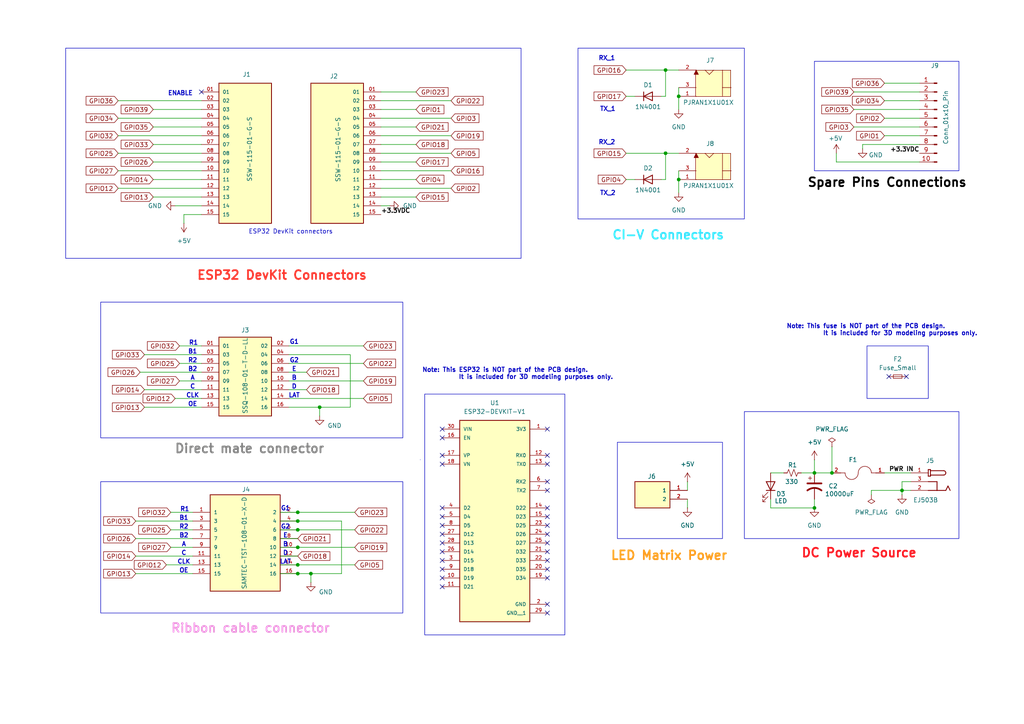
<source format=kicad_sch>
(kicad_sch (version 20250114) (generator "eeschema") (generator_version "9.0")
  (paper "A4")
  (title_block (title "PCARS Radio Station Band/Mode Display") (rev "1.0"))
  (lib_symbols
    (symbol "3568-15:3568-15" (pin_names (offset 1.016))
      (property "Reference" "F" (at -2.54 5.08 0))
      (property "Value" "3568-15" (at -2.54 -5.08 0))
      (symbol "3568-15_0_0"
        (pin passive line (at -7.62 0 0) (length 2.54) (name "~") (number "1"))
        (pin passive line (at 7.62 0 180) (length 2.54) (name "~") (number "2"))
      )
    )
    (symbol "796683-2:796683-2" (pin_names (offset 1.016))
      (property "Reference" "J" (at -5.58 5.08 0))
      (property "Value" "796683-2" (at -5.08 -5.08 0))
      (symbol "796683-2_0_0"
        (pin passive line (at -10.16 2.54 0) (length 5.08) (name "1") (number "1"))
        (pin passive line (at -10.16 0 0) (length 5.08) (name "2") (number "2"))
      )
    )
    (symbol "Connector:Conn_01x10_Pin" (pin_names (offset 1.016) (hide yes))
      (property "Reference" "J" (at 0 12.7 0))
      (property "Value" "Conn_01x10_Pin" (at 0 -15.24 0))
      (symbol "Conn_01x10_Pin_1_1"
        (pin passive line (at 5.08 10.16 180) (length 3.81) (name "Pin_1") (number "1"))
        (pin passive line (at 5.08 7.62 180) (length 3.81) (name "Pin_2") (number "2"))
        (pin passive line (at 5.08 5.08 180) (length 3.81) (name "Pin_3") (number "3"))
        (pin passive line (at 5.08 2.54 180) (length 3.81) (name "Pin_4") (number "4"))
        (pin passive line (at 5.08 0 180) (length 3.81) (name "Pin_5") (number "5"))
        (pin passive line (at 5.08 -2.54 180) (length 3.81) (name "Pin_6") (number "6"))
        (pin passive line (at 5.08 -5.08 180) (length 3.81) (name "Pin_7") (number "7"))
        (pin passive line (at 5.08 -7.62 180) (length 3.81) (name "Pin_8") (number "8"))
        (pin passive line (at 5.08 -10.16 180) (length 3.81) (name "Pin_9") (number "9"))
        (pin passive line (at 5.08 -12.7 180) (length 3.81) (name "Pin_10") (number "10"))
      )
    )
    (symbol "Device:C_Polarized_US" (pin_numbers (hide yes)) (pin_names (offset 0.254) (hide yes))
      (property "Reference" "C" (at 0.635 2.54 0))
      (property "Value" "C_Polarized_US" (at 0.635 -2.54 0))
      (symbol "C_Polarized_US_1_1"
        (pin passive line (at 0 3.81 270) (length 2.794) (name "~") (number "1"))
        (pin passive line (at 0 -3.81 90) (length 3.302) (name "~") (number "2"))
      )
    )
    (symbol "Device:Fuse_Small" (pin_numbers (hide yes)) (pin_names (offset 0.254) (hide yes))
      (property "Reference" "F" (at 0 -1.524 0))
      (property "Value" "Fuse_Small" (at 0 1.524 0))
      (symbol "Fuse_Small_1_1"
        (pin passive line (at -2.54 0 0) (length 1.27) (name "~") (number "1"))
        (pin passive line (at 2.54 0 180) (length 1.27) (name "~") (number "2"))
      )
    )
    (symbol "Device:LED" (pin_numbers (hide yes)) (pin_names (offset 1.016) (hide yes))
      (property "Reference" "D" (at 0 2.54 0))
      (property "Value" "LED" (at 0 -2.54 0))
      (symbol "LED_1_1"
        (pin passive line (at -3.81 0 0) (length 2.54) (name "K") (number "1"))
        (pin passive line (at 3.81 0 180) (length 2.54) (name "A") (number "2"))
      )
    )
    (symbol "Device:R_Small_US" (pin_numbers (hide yes)) (pin_names (offset 0.254) (hide yes))
      (property "Reference" "R" (at 0.762 0.508 0))
      (property "Value" "R_Small_US" (at 0.762 -1.016 0))
      (symbol "R_Small_US_1_1"
        (pin passive line (at 0 2.54 270) (length 1.016) (name "~") (number "1"))
        (pin passive line (at 0 -2.54 90) (length 1.016) (name "~") (number "2"))
      )
    )
    (symbol "Diode:1N4001" (pin_numbers (hide yes)) (pin_names (hide yes))
      (property "Reference" "D" (at 0 2.54 0))
      (property "Value" "1N4001" (at 0 -2.54 0))
      (symbol "1N4001_1_1"
        (pin passive line (at -3.81 0 0) (length 2.54) (name "K") (number "1"))
        (pin passive line (at 3.81 0 180) (length 2.54) (name "A") (number "2"))
      )
    )
    (symbol "EJ503B:EJ503B" (pin_names (offset 1.016))
      (property "Reference" "J" (at -5.08 5.08 0))
      (property "Value" "EJ503B" (at -5.08 -7.62 0))
      (symbol "EJ503B_0_0"
        (pin passive line (at 5.08 2.54 180) (length 5.08) (name "~") (number "1"))
        (pin passive line (at 5.08 0 180) (length 5.08) (name "~") (number "3"))
        (pin passive line (at 5.08 -2.54 180) (length 5.08) (name "~") (number "2"))
      )
    )
    (symbol "ESP32-DEVKIT-V1:ESP32-DEVKIT-V1" (pin_names (offset 1.016))
      (property "Reference" "U" (at -10.16 30.48 0))
      (property "Value" "ESP32-DEVKIT-V1" (at -10.16 -33.02 0))
      (symbol "ESP32-DEVKIT-V1_0_0"
        (pin input line (at -15.24 25.4 0) (length 5.08) (name "VIN") (number "30"))
        (pin input line (at -15.24 22.86 0) (length 5.08) (name "EN") (number "16"))
        (pin bidirectional line (at -15.24 17.78 0) (length 5.08) (name "VP") (number "17"))
        (pin bidirectional line (at -15.24 15.24 0) (length 5.08) (name "VN") (number "18"))
        (pin bidirectional line (at -15.24 2.54 0) (length 5.08) (name "D2") (number "4"))
        (pin bidirectional line (at -15.24 0 0) (length 5.08) (name "D4") (number "5"))
        (pin bidirectional line (at -15.24 -2.54 0) (length 5.08) (name "D5") (number "8"))
        (pin bidirectional line (at -15.24 -5.08 0) (length 5.08) (name "D12") (number "27"))
        (pin bidirectional line (at -15.24 -7.62 0) (length 5.08) (name "D13") (number "28"))
        (pin bidirectional line (at -15.24 -10.16 0) (length 5.08) (name "D14") (number "26"))
        (pin bidirectional line (at -15.24 -12.7 0) (length 5.08) (name "D15") (number "3"))
        (pin bidirectional line (at -15.24 -15.24 0) (length 5.08) (name "D18") (number "9"))
        (pin bidirectional line (at -15.24 -17.78 0) (length 5.08) (name "D19") (number "10"))
        (pin bidirectional line (at -15.24 -20.32 0) (length 5.08) (name "D21") (number "11"))
        (pin output line (at 15.24 25.4 180) (length 5.08) (name "3V3") (number "1"))
        (pin input line (at 15.24 17.78 180) (length 5.08) (name "RX0") (number "12"))
        (pin output line (at 15.24 15.24 180) (length 5.08) (name "TX0") (number "13"))
        (pin input line (at 15.24 10.16 180) (length 5.08) (name "RX2") (number "6"))
        (pin output line (at 15.24 7.62 180) (length 5.08) (name "TX2") (number "7"))
        (pin bidirectional line (at 15.24 2.54 180) (length 5.08) (name "D22") (number "14"))
        (pin bidirectional line (at 15.24 0 180) (length 5.08) (name "D23") (number "15"))
        (pin bidirectional line (at 15.24 -2.54 180) (length 5.08) (name "D25") (number "23"))
        (pin bidirectional line (at 15.24 -5.08 180) (length 5.08) (name "D26") (number "24"))
        (pin bidirectional line (at 15.24 -7.62 180) (length 5.08) (name "D27") (number "25"))
        (pin bidirectional line (at 15.24 -10.16 180) (length 5.08) (name "D32") (number "21"))
        (pin bidirectional line (at 15.24 -12.7 180) (length 5.08) (name "D33") (number "22"))
        (pin bidirectional line (at 15.24 -15.24 180) (length 5.08) (name "D35") (number "20"))
        (pin bidirectional line (at 15.24 -17.78 180) (length 5.08) (name "D34") (number "19"))
        (pin power_in line (at 15.24 -25.4 180) (length 5.08) (name "GND") (number "2"))
        (pin power_in line (at 15.24 -27.94 180) (length 5.08) (name "GND__1") (number "29"))
      )
    )
    (symbol "PJRAN1X1U01X:PJRAN1X1U01X" (pin_names (offset 1.016))
      (property "Reference" "J" (at -5.08 8.89 0))
      (property "Value" "PJRAN1X1U01X" (at -5.08 -7.62 0))
      (symbol "PJRAN1X1U01X_0_0"
        (pin passive line (at 7.62 5.08 180) (length 5.08) (name "~") (number "2"))
        (pin passive line (at 7.62 0 180) (length 5.08) (name "~") (number "3"))
        (pin passive line (at 7.62 -2.54 180) (length 5.08) (name "~") (number "1"))
      )
    )
    (symbol "SAMTEC-TST-108-01-X-D:SAMTEC-TST-108-01-X-D" (pin_names (offset 1.016))
      (property "Reference" "J4" (at 10.414 6.604 0))
      (property "Value" "SAMTEC-TST-108-01-X-D" (at 9.906 -8.89 90))
      (symbol "SAMTEC-TST-108-01-X-D_0_0"
        (text private ">PARTNO" (at 0 -25.4 0) (effects (font (size 2.286 2.286)) (justify left bottom)))
        (text private "SAMTEC-TST-108-01-X-D" (at 0 -30.48 0) (effects (font (size 2.286 2.286)) (justify left bottom)))
        (pin passive line (at -5.08 0 0) (length 5.08) (name "1") (number "1"))
        (pin passive line (at -5.08 -2.54 0) (length 5.08) (name "3") (number "3"))
        (pin passive line (at -5.08 -5.08 0) (length 5.08) (name "5") (number "5"))
        (pin passive line (at -5.08 -7.62 0) (length 5.08) (name "7") (number "7"))
        (pin passive line (at -5.08 -10.16 0) (length 5.08) (name "9") (number "9"))
        (pin passive line (at -5.08 -12.7 0) (length 5.08) (name "11") (number "11"))
        (pin passive line (at -5.08 -15.24 0) (length 5.08) (name "13") (number "13"))
        (pin passive line (at -5.08 -17.78 0) (length 5.08) (name "15") (number "15"))
        (pin passive line (at 25.4 0 180) (length 5.08) (name "2") (number "2"))
        (pin passive line (at 25.4 -2.54 180) (length 5.08) (name "4") (number "4"))
        (pin passive line (at 25.4 -5.08 180) (length 5.08) (name "6") (number "6"))
        (pin passive line (at 25.4 -7.62 180) (length 5.08) (name "8") (number "8"))
        (pin passive line (at 25.4 -10.16 180) (length 5.08) (name "10") (number "10"))
        (pin passive line (at 25.4 -12.7 180) (length 5.08) (name "12") (number "12"))
        (pin passive line (at 25.4 -15.24 180) (length 5.08) (name "14") (number "14"))
        (pin passive line (at 25.4 -17.78 180) (length 5.08) (name "16") (number "16"))
      )
    )
    (symbol "SSQ-108-01-T-D-LL:SSQ-108-01-T-D-LL" (pin_names (offset 1.016))
      (property "Reference" "J" (at -8.12 12.7 0))
      (property "Value" "SSQ-108-01-T-D-LL" (at -7.62 -12.7 0))
      (symbol "SSQ-108-01-T-D-LL_0_0"
        (pin passive line (at -12.7 10.16 0) (length 5.08) (name "01") (number "01"))
        (pin passive line (at -12.7 7.62 0) (length 5.08) (name "03") (number "03"))
        (pin passive line (at -12.7 5.08 0) (length 5.08) (name "05") (number "05"))
        (pin passive line (at -12.7 2.54 0) (length 5.08) (name "07") (number "07"))
        (pin passive line (at -12.7 0 0) (length 5.08) (name "09") (number "09"))
        (pin passive line (at -12.7 -2.54 0) (length 5.08) (name "11") (number "11"))
        (pin passive line (at -12.7 -5.08 0) (length 5.08) (name "13") (number "13"))
        (pin passive line (at -12.7 -7.62 0) (length 5.08) (name "15") (number "15"))
        (pin passive line (at 12.7 10.16 180) (length 5.08) (name "02") (number "02"))
        (pin passive line (at 12.7 7.62 180) (length 5.08) (name "04") (number "04"))
        (pin passive line (at 12.7 5.08 180) (length 5.08) (name "06") (number "06"))
        (pin passive line (at 12.7 2.54 180) (length 5.08) (name "08") (number "08"))
        (pin passive line (at 12.7 0 180) (length 5.08) (name "10") (number "10"))
        (pin passive line (at 12.7 -2.54 180) (length 5.08) (name "12") (number "12"))
        (pin passive line (at 12.7 -5.08 180) (length 5.08) (name "14") (number "14"))
        (pin passive line (at 12.7 -7.62 180) (length 5.08) (name "16") (number "16"))
      )
    )
    (symbol "SSW-115-01-G-S:SSW-115-01-G-S" (pin_names (offset 1.016))
      (property "Reference" "J" (at -8.12 20.32 0))
      (property "Value" "SSW-115-01-G-S" (at -7.62 -22.86 0))
      (symbol "SSW-115-01-G-S_0_0"
        (pin passive line (at -12.7 17.78 0) (length 5.08) (name "01") (number "01"))
        (pin passive line (at -12.7 15.24 0) (length 5.08) (name "02") (number "02"))
        (pin passive line (at -12.7 12.7 0) (length 5.08) (name "03") (number "03"))
        (pin passive line (at -12.7 10.16 0) (length 5.08) (name "04") (number "04"))
        (pin passive line (at -12.7 7.62 0) (length 5.08) (name "05") (number "05"))
        (pin passive line (at -12.7 5.08 0) (length 5.08) (name "06") (number "06"))
        (pin passive line (at -12.7 2.54 0) (length 5.08) (name "07") (number "07"))
        (pin passive line (at -12.7 0 0) (length 5.08) (name "08") (number "08"))
        (pin passive line (at -12.7 -2.54 0) (length 5.08) (name "09") (number "09"))
        (pin passive line (at -12.7 -5.08 0) (length 5.08) (name "10") (number "10"))
        (pin passive line (at -12.7 -7.62 0) (length 5.08) (name "11") (number "11"))
        (pin passive line (at -12.7 -10.16 0) (length 5.08) (name "12") (number "12"))
        (pin passive line (at -12.7 -12.7 0) (length 5.08) (name "13") (number "13"))
        (pin passive line (at -12.7 -15.24 0) (length 5.08) (name "14") (number "14"))
        (pin passive line (at -12.7 -17.78 0) (length 5.08) (name "15") (number "15"))
      )
    )
    (symbol "power:+5V" (power) (pin_numbers (hide yes)) (pin_names (offset 0) (hide yes))
      (property "Value" "+5V" (at 0 3.556 0))
      (symbol "+5V_1_1"
        (pin power_in line (at 0 0 90) (length 0) (name "~") (number "1"))
      )
    )
    (symbol "power:GND" (power) (pin_numbers (hide yes)) (pin_names (offset 0) (hide yes))
      (property "Value" "GND" (at 0 -3.81 0))
      (symbol "GND_1_1"
        (pin power_in line (at 0 0 270) (length 0) (name "~") (number "1"))
      )
    )
    (symbol "power:PWR_FLAG" (power) (pin_numbers (hide yes)) (pin_names (offset 0) (hide yes))
      (property "Value" "PWR_FLAG" (at 0 3.81 0))
      (symbol "PWR_FLAG_0_0"
        (pin power_out line (at 0 0 90) (length 0) (name "~") (number "1"))
      )
    )
  )
  (rectangle (start 121.92 133.35) (end 121.92 133.35))
  (rectangle (start 19.05 13.97) (end 151.13 74.93))
  (rectangle (start 123.19 114.3) (end 163.83 184.15))
  (rectangle (start 251.46 100.33) (end 269.24 115.57))
  (rectangle (start 179.07 128.27) (end 209.55 156.21))
  (rectangle (start 215.9 119.38) (end 278.13 156.21))
  (rectangle (start 236.22 17.78) (end 278.13 49.53))
  (rectangle (start 29.21 87.63) (end 116.84 127))
  (rectangle (start 167.64 13.97) (end 215.9 63.5))
  (rectangle (start 29.21 139.7) (end 116.84 177.8))
  (text "Ribbon cable connector" (at 72.644 182.372 0) (effects (font (size 2.54 2.54) (thickness 0.508) (bold yes))))
  (text "C" (at 55.88 112.268 0) (effects (font (size 1.27 1.27) (thickness 0.254) (bold yes))))
  (text "G1" (at 85.344 99.314 0) (effects (font (size 1.27 1.27) (thickness 0.254) (bold yes))))
  (text "TX_1" (at 176.276 31.75 0) (effects (font (size 1.27 1.27) (thickness 0.254) (bold yes))))
  (text "B2" (at 53.34 155.448 0) (effects (font (size 1.27 1.27) (thickness 0.254) (bold yes))))
  (text "B1" (at 53.34 150.368 0) (effects (font (size 1.27 1.27) (thickness 0.254) (bold yes))))
  (text "B" (at 82.804 157.988 0) (effects (font (size 1.27 1.27) (thickness 0.254) (bold yes))))
  (text "LED Matrix Power" (at 194.056 161.29 0) (effects (font (size 2.54 2.54) (thickness 0.508) (bold yes))))
  (text "E" (at 85.344 107.188 0) (effects (font (size 1.27 1.27) (thickness 0.254) (bold yes))))
  (text "DC Power Source" (at 249.174 160.528 0) (effects (font (size 2.54 2.54) (thickness 0.508) (bold yes))))
  (text "B2" (at 55.88 107.188 0) (effects (font (size 1.27 1.27) (thickness 0.254) (bold yes))))
  (text "CLK" (at 53.34 163.068 0) (effects (font (size 1.27 1.27) (thickness 0.254) (bold yes))))
  (text "ESP32 DevKit connectors" (at 84.328 67.31 0) (effects (font (size 1.27 1.27))))
  (text "D" (at 82.804 160.528 0) (effects (font (size 1.27 1.27) (thickness 0.254) (bold yes))))
  (text "G2" (at 85.344 104.648 0) (effects (font (size 1.27 1.27) (thickness 0.254) (bold yes))))
  (text "TX_2" (at 176.276 56.134 0) (effects (font (size 1.27 1.27) (thickness 0.254) (bold yes))))
  (text "OE" (at 53.34 165.608 0) (effects (font (size 1.27 1.27) (thickness 0.254) (bold yes))))
  (text "OE" (at 55.88 117.348 0) (effects (font (size 1.27 1.27) (thickness 0.254) (bold yes))))
  (text "D" (at 85.344 112.268 0) (effects (font (size 1.27 1.27) (thickness 0.254) (bold yes))))
  (text "Note: This ESP32 is NOT part of the PCB design.  	\nIt is included for 3D modeling purposes only." (at 155.448 108.458 0) (effects (font (size 1.27 1.27) (thickness 0.254) (bold yes))))
  (text "R1" (at 56.134 99.568 0) (effects (font (size 1.27 1.27) (thickness 0.254) (bold yes))))
  (text "R1" (at 53.594 147.828 0) (effects (font (size 1.27 1.27) (thickness 0.254) (bold yes))))
  (text "RX_1" (at 176.022 17.018 0) (effects (font (size 1.27 1.27) (thickness 0.254) (bold yes))))
  (text "E" (at 82.804 155.448 0) (effects (font (size 1.27 1.27) (thickness 0.254) (bold yes))))
  (text "R2" (at 53.34 152.908 0) (effects (font (size 1.27 1.27) (thickness 0.254) (bold yes))))
  (text "ENABLE" (at 52.324 27.178 0) (effects (font (size 1.27 1.27) (thickness 0.254) (bold yes))))
  (text "ESP32 DevKit Connectors" (at 81.788 80.01 0) (effects (font (size 2.54 2.54) (thickness 0.508) (bold yes))))
  (text "LAT" (at 82.804 163.068 0) (effects (font (size 1.27 1.27) (thickness 0.254) (bold yes))))
  (text "A" (at 53.34 157.988 0) (effects (font (size 1.27 1.27) (thickness 0.254) (bold yes))))
  (text "C" (at 53.34 160.528 0) (effects (font (size 1.27 1.27) (thickness 0.254) (bold yes))))
  (text "LAT" (at 85.344 114.808 0) (effects (font (size 1.27 1.27) (thickness 0.254) (bold yes))))
  (text "CI-V Connectors" (at 193.802 68.326 0) (effects (font (size 2.54 2.54) (thickness 0.508) (bold yes))))
  (text "R2" (at 55.88 104.648 0) (effects (font (size 1.27 1.27) (thickness 0.254) (bold yes))))
  (text "G1" (at 82.804 147.574 0) (effects (font (size 1.27 1.27) (thickness 0.254) (bold yes))))
  (text "A" (at 55.88 109.728 0) (effects (font (size 1.27 1.27) (thickness 0.254) (bold yes))))
  (text "G2" (at 82.804 152.908 0) (effects (font (size 1.27 1.27) (thickness 0.254) (bold yes))))
  (text "B1" (at 55.88 102.108 0) (effects (font (size 1.27 1.27) (thickness 0.254) (bold yes))))
  (text "Direct mate connector" (at 72.39 130.302 0) (effects (font (size 2.54 2.54) (thickness 0.508) (bold yes))))
  (text "RX_2" (at 176.022 41.402 0) (effects (font (size 1.27 1.27) (thickness 0.254) (bold yes))))
  (text "CLK" (at 55.88 114.808 0) (effects (font (size 1.27 1.27) (thickness 0.254) (bold yes))))
  (text "Note: This fuse is NOT part of the PCB design.  	\nIt is included for 3D modeling purposes only." (at 261.112 95.758 0) (effects (font (size 1.27 1.27) (thickness 0.254) (bold yes))))
  (text "B" (at 85.344 109.728 0) (effects (font (size 1.27 1.27) (thickness 0.254) (bold yes))))
  (text "Spare Pins Connections" (at 257.302 53.086 0) (effects (font (size 2.54 2.54) (thickness 0.508) (bold yes))))
  (junction (at 86.36 158.75))
  (junction (at 86.36 163.83))
  (junction (at 86.36 148.59))
  (junction (at 86.36 166.37))
  (junction (at 236.22 147.32))
  (junction (at 193.04 44.45))
  (junction (at 86.36 151.13))
  (junction (at 193.04 20.32))
  (junction (at 90.17 166.37))
  (junction (at 241.3 137.16))
  (junction (at 86.36 153.67))
  (junction (at 261.62 142.24))
  (junction (at 196.85 52.07))
  (junction (at 92.71 118.11))
  (junction (at 236.22 137.16))
  (junction (at 196.85 27.94))
  (no_connect (at 158.75 175.26))
  (no_connect (at 158.75 139.7))
  (no_connect (at 128.27 154.94))
  (no_connect (at 128.27 157.48))
  (no_connect (at 158.75 165.1))
  (no_connect (at 257.81 109.22))
  (no_connect (at 58.42 26.67))
  (no_connect (at 128.27 160.02))
  (no_connect (at 158.75 154.94))
  (no_connect (at 158.75 149.86))
  (no_connect (at 158.75 134.62))
  (no_connect (at 158.75 147.32))
  (no_connect (at 262.89 109.22))
  (no_connect (at 158.75 162.56))
  (no_connect (at 128.27 132.08))
  (no_connect (at 128.27 134.62))
  (no_connect (at 158.75 177.8))
  (no_connect (at 158.75 167.64))
  (no_connect (at 158.75 157.48))
  (no_connect (at 128.27 165.1))
  (no_connect (at 128.27 167.64))
  (no_connect (at 128.27 124.46))
  (no_connect (at 128.27 170.18))
  (no_connect (at 158.75 152.4))
  (no_connect (at 158.75 142.24))
  (no_connect (at 158.75 160.02))
  (no_connect (at 158.75 124.46))
  (no_connect (at 158.75 132.08))
  (no_connect (at 128.27 149.86))
  (no_connect (at 128.27 127))
  (no_connect (at 128.27 152.4))
  (no_connect (at 128.27 147.32))
  (no_connect (at 128.27 162.56))
  (wire (pts (xy 44.45 41.91) (xy 58.42 41.91)))
  (wire (pts (xy 250.19 41.91) (xy 266.7 41.91)))
  (wire (pts (xy 256.54 29.21) (xy 266.7 29.21)))
  (wire (pts (xy 44.45 57.15) (xy 58.42 57.15)))
  (wire (pts (xy 83.82 118.11) (xy 92.71 118.11)))
  (wire (pts (xy 83.82 102.87) (xy 101.6 102.87)))
  (wire (pts (xy 256.54 137.16) (xy 264.16 137.16)))
  (wire (pts (xy 110.49 44.45) (xy 130.81 44.45)))
  (wire (pts (xy 242.57 44.45) (xy 242.57 46.99)))
  (wire (pts (xy 81.28 148.59) (xy 86.36 148.59)))
  (wire (pts (xy 110.49 57.15) (xy 120.65 57.15)))
  (wire (pts (xy 83.82 107.95) (xy 88.9 107.95)))
  (wire (pts (xy 241.3 137.16) (xy 236.22 137.16)))
  (wire (pts (xy 241.3 129.54) (xy 241.3 137.16)))
  (wire (pts (xy 232.41 137.16) (xy 236.22 137.16)))
  (wire (pts (xy 196.85 49.53) (xy 196.85 52.07)))
  (wire (pts (xy 101.6 102.87) (xy 101.6 118.11)))
  (wire (pts (xy 50.8 115.57) (xy 58.42 115.57)))
  (wire (pts (xy 81.28 156.21) (xy 86.36 156.21)))
  (wire (pts (xy 86.36 151.13) (xy 99.06 151.13)))
  (wire (pts (xy 86.36 148.59) (xy 102.87 148.59)))
  (wire (pts (xy 53.34 62.23) (xy 53.34 64.77)))
  (wire (pts (xy 193.04 27.94) (xy 193.04 20.32)))
  (wire (pts (xy 247.65 36.83) (xy 266.7 36.83)))
  (wire (pts (xy 39.37 156.21) (xy 55.88 156.21)))
  (wire (pts (xy 44.45 52.07) (xy 58.42 52.07)))
  (wire (pts (xy 86.36 158.75) (xy 102.87 158.75)))
  (wire (pts (xy 247.65 26.67) (xy 266.7 26.67)))
  (wire (pts (xy 81.28 166.37) (xy 86.36 166.37)))
  (wire (pts (xy 83.82 100.33) (xy 105.41 100.33)))
  (wire (pts (xy 99.06 151.13) (xy 99.06 166.37)))
  (wire (pts (xy 81.28 161.29) (xy 86.36 161.29)))
  (wire (pts (xy 92.71 118.11) (xy 101.6 118.11)))
  (wire (pts (xy 83.82 115.57) (xy 105.41 115.57)))
  (wire (pts (xy 39.37 166.37) (xy 55.88 166.37)))
  (wire (pts (xy 181.61 44.45) (xy 193.04 44.45)))
  (wire (pts (xy 81.28 158.75) (xy 86.36 158.75)))
  (wire (pts (xy 44.45 36.83) (xy 58.42 36.83)))
  (wire (pts (xy 110.49 29.21) (xy 130.81 29.21)))
  (wire (pts (xy 81.28 163.83) (xy 86.36 163.83)))
  (wire (pts (xy 193.04 52.07) (xy 193.04 44.45)))
  (wire (pts (xy 199.39 139.7) (xy 199.39 142.24)))
  (wire (pts (xy 44.45 31.75) (xy 58.42 31.75)))
  (wire (pts (xy 49.53 158.75) (xy 55.88 158.75)))
  (wire (pts (xy 86.36 153.67) (xy 102.87 153.67)))
  (wire (pts (xy 264.16 139.7) (xy 261.62 139.7)))
  (wire (pts (xy 110.49 49.53) (xy 130.81 49.53)))
  (wire (pts (xy 49.53 153.67) (xy 55.88 153.67)))
  (wire (pts (xy 90.17 168.91) (xy 90.17 166.37)))
  (wire (pts (xy 223.52 144.78) (xy 223.52 147.32)))
  (wire (pts (xy 196.85 27.94) (xy 196.85 31.75)))
  (wire (pts (xy 252.73 142.24) (xy 261.62 142.24)))
  (wire (pts (xy 110.49 36.83) (xy 120.65 36.83)))
  (wire (pts (xy 193.04 44.45) (xy 196.85 44.45)))
  (wire (pts (xy 196.85 25.4) (xy 196.85 27.94)))
  (wire (pts (xy 58.42 59.69) (xy 50.8 59.69)))
  (wire (pts (xy 199.39 144.78) (xy 199.39 147.32)))
  (wire (pts (xy 39.37 151.13) (xy 55.88 151.13)))
  (wire (pts (xy 252.73 143.51) (xy 252.73 142.24)))
  (wire (pts (xy 86.36 163.83) (xy 102.87 163.83)))
  (wire (pts (xy 34.29 54.61) (xy 58.42 54.61)))
  (wire (pts (xy 110.49 54.61) (xy 130.81 54.61)))
  (wire (pts (xy 34.29 29.21) (xy 58.42 29.21)))
  (wire (pts (xy 40.64 107.95) (xy 58.42 107.95)))
  (wire (pts (xy 39.37 161.29) (xy 55.88 161.29)))
  (wire (pts (xy 261.62 142.24) (xy 264.16 142.24)))
  (wire (pts (xy 34.29 44.45) (xy 58.42 44.45)))
  (wire (pts (xy 261.62 139.7) (xy 261.62 142.24)))
  (wire (pts (xy 110.49 59.69) (xy 113.03 59.69)))
  (wire (pts (xy 41.91 113.03) (xy 58.42 113.03)))
  (wire (pts (xy 52.07 110.49) (xy 58.42 110.49)))
  (wire (pts (xy 110.49 34.29) (xy 130.81 34.29)))
  (wire (pts (xy 196.85 52.07) (xy 196.85 55.88)))
  (wire (pts (xy 110.49 46.99) (xy 120.65 46.99)))
  (wire (pts (xy 261.62 142.24) (xy 261.62 143.51)))
  (wire (pts (xy 83.82 110.49) (xy 105.41 110.49)))
  (wire (pts (xy 83.82 113.03) (xy 88.9 113.03)))
  (wire (pts (xy 256.54 24.13) (xy 266.7 24.13)))
  (wire (pts (xy 83.82 105.41) (xy 105.41 105.41)))
  (wire (pts (xy 191.77 52.07) (xy 193.04 52.07)))
  (wire (pts (xy 41.91 118.11) (xy 58.42 118.11)))
  (wire (pts (xy 48.26 163.83) (xy 55.88 163.83)))
  (wire (pts (xy 242.57 46.99) (xy 266.7 46.99)))
  (wire (pts (xy 58.42 62.23) (xy 53.34 62.23)))
  (wire (pts (xy 81.28 151.13) (xy 86.36 151.13)))
  (wire (pts (xy 92.71 120.65) (xy 92.71 118.11)))
  (wire (pts (xy 86.36 166.37) (xy 90.17 166.37)))
  (wire (pts (xy 34.29 34.29) (xy 58.42 34.29)))
  (wire (pts (xy 256.54 34.29) (xy 266.7 34.29)))
  (wire (pts (xy 184.15 52.07) (xy 181.61 52.07)))
  (wire (pts (xy 223.52 137.16) (xy 227.33 137.16)))
  (wire (pts (xy 110.49 52.07) (xy 120.65 52.07)))
  (wire (pts (xy 256.54 39.37) (xy 266.7 39.37)))
  (wire (pts (xy 49.53 148.59) (xy 55.88 148.59)))
  (wire (pts (xy 81.28 153.67) (xy 86.36 153.67)))
  (wire (pts (xy 110.49 31.75) (xy 120.65 31.75)))
  (wire (pts (xy 223.52 147.32) (xy 236.22 147.32)))
  (wire (pts (xy 236.22 147.32) (xy 236.22 144.78)))
  (wire (pts (xy 41.91 102.87) (xy 58.42 102.87)))
  (wire (pts (xy 181.61 20.32) (xy 193.04 20.32)))
  (wire (pts (xy 110.49 26.67) (xy 120.65 26.67)))
  (wire (pts (xy 110.49 41.91) (xy 120.65 41.91)))
  (wire (pts (xy 34.29 49.53) (xy 58.42 49.53)))
  (wire (pts (xy 184.15 27.94) (xy 181.61 27.94)))
  (wire (pts (xy 44.45 46.99) (xy 58.42 46.99)))
  (wire (pts (xy 52.07 105.41) (xy 58.42 105.41)))
  (wire (pts (xy 110.49 39.37) (xy 130.81 39.37)))
  (wire (pts (xy 250.19 43.18) (xy 250.19 41.91)))
  (wire (pts (xy 90.17 166.37) (xy 99.06 166.37)))
  (wire (pts (xy 34.29 39.37) (xy 58.42 39.37)))
  (wire (pts (xy 247.65 31.75) (xy 266.7 31.75)))
  (wire (pts (xy 193.04 20.32) (xy 196.85 20.32)))
  (wire (pts (xy 236.22 137.16) (xy 236.22 133.35)))
  (wire (pts (xy 52.07 100.33) (xy 58.42 100.33)))
  (wire (pts (xy 191.77 27.94) (xy 193.04 27.94)))
  (label "PWR IN" (at 257.81 137.16 0) (effects (font (thickness 0.254) (bold yes))))
  (label "+3.3VDC" (at 266.7 44.45 180) (effects (font (thickness 0.254) (bold yes))))
  (label "+3.3VDC" (at 110.49 62.23 0) (effects (font (thickness 0.254) (bold yes))))
  (global_label "GPIO16" (shape input) (at 181.61 20.32 180) (property "Intersheetrefs" "${INTERSHEET_REFS}" (effects (hide yes))))
  (global_label "GPIO21" (shape input) (at 88.9 107.95 0) (property "Intersheetrefs" "${INTERSHEET_REFS}" (effects (hide yes))))
  (global_label "GPIO22" (shape input) (at 130.81 29.21 0) (property "Intersheetrefs" "${INTERSHEET_REFS}" (effects (hide yes))))
  (global_label "GPIO14" (shape input) (at 41.91 113.03 180) (property "Intersheetrefs" "${INTERSHEET_REFS}" (effects (hide yes))))
  (global_label "GPIO1" (shape input) (at 256.54 39.37 180) (property "Intersheetrefs" "${INTERSHEET_REFS}" (effects (hide yes))))
  (global_label "GPIO19" (shape input) (at 130.81 39.37 0) (property "Intersheetrefs" "${INTERSHEET_REFS}" (effects (hide yes))))
  (global_label "GPIO35" (shape input) (at 247.65 31.75 180) (property "Intersheetrefs" "${INTERSHEET_REFS}" (effects (hide yes))))
  (global_label "GPIO27" (shape input) (at 49.53 158.75 180) (property "Intersheetrefs" "${INTERSHEET_REFS}" (effects (hide yes))))
  (global_label "GPIO17" (shape input) (at 120.65 46.99 0) (property "Intersheetrefs" "${INTERSHEET_REFS}" (effects (hide yes))))
  (global_label "GPIO13" (shape input) (at 41.91 118.11 180) (property "Intersheetrefs" "${INTERSHEET_REFS}" (effects (hide yes))))
  (global_label "GPIO32" (shape input) (at 52.07 100.33 180) (property "Intersheetrefs" "${INTERSHEET_REFS}" (effects (hide yes))))
  (global_label "GPIO17" (shape input) (at 181.61 27.94 180) (property "Intersheetrefs" "${INTERSHEET_REFS}" (effects (hide yes))))
  (global_label "GPIO25" (shape input) (at 34.29 44.45 180) (property "Intersheetrefs" "${INTERSHEET_REFS}" (effects (hide yes))))
  (global_label "GPIO18" (shape input) (at 120.65 41.91 0) (property "Intersheetrefs" "${INTERSHEET_REFS}" (effects (hide yes))))
  (global_label "GPIO27" (shape input) (at 34.29 49.53 180) (property "Intersheetrefs" "${INTERSHEET_REFS}" (effects (hide yes))))
  (global_label "GPIO12" (shape input) (at 34.29 54.61 180) (property "Intersheetrefs" "${INTERSHEET_REFS}" (effects (hide yes))))
  (global_label "GPIO22" (shape input) (at 105.41 105.41 0) (property "Intersheetrefs" "${INTERSHEET_REFS}" (effects (hide yes))))
  (global_label "GPIO19" (shape input) (at 105.41 110.49 0) (property "Intersheetrefs" "${INTERSHEET_REFS}" (effects (hide yes))))
  (global_label "GPIO1" (shape input) (at 120.65 31.75 0) (property "Intersheetrefs" "${INTERSHEET_REFS}" (effects (hide yes))))
  (global_label "GPIO39" (shape input) (at 44.45 31.75 180) (property "Intersheetrefs" "${INTERSHEET_REFS}" (effects (hide yes))))
  (global_label "GPIO23" (shape input) (at 120.65 26.67 0) (property "Intersheetrefs" "${INTERSHEET_REFS}" (effects (hide yes))))
  (global_label "GPIO25" (shape input) (at 49.53 153.67 180) (property "Intersheetrefs" "${INTERSHEET_REFS}" (effects (hide yes))))
  (global_label "GPIO33" (shape input) (at 41.91 102.87 180) (property "Intersheetrefs" "${INTERSHEET_REFS}" (effects (hide yes))))
  (global_label "GPIO19" (shape input) (at 102.87 158.75 0) (property "Intersheetrefs" "${INTERSHEET_REFS}" (effects (hide yes))))
  (global_label "GPIO5" (shape input) (at 102.87 163.83 0) (property "Intersheetrefs" "${INTERSHEET_REFS}" (effects (hide yes))))
  (global_label "GPIO12" (shape input) (at 48.26 163.83 180) (property "Intersheetrefs" "${INTERSHEET_REFS}" (effects (hide yes))))
  (global_label "GPIO18" (shape input) (at 86.36 161.29 0) (property "Intersheetrefs" "${INTERSHEET_REFS}" (effects (hide yes))))
  (global_label "GPIO32" (shape input) (at 49.53 148.59 180) (property "Intersheetrefs" "${INTERSHEET_REFS}" (effects (hide yes))))
  (global_label "GPIO23" (shape input) (at 102.87 148.59 0) (property "Intersheetrefs" "${INTERSHEET_REFS}" (effects (hide yes))))
  (global_label "GPIO26" (shape input) (at 44.45 46.99 180) (property "Intersheetrefs" "${INTERSHEET_REFS}" (effects (hide yes))))
  (global_label "GPIO33" (shape input) (at 44.45 41.91 180) (property "Intersheetrefs" "${INTERSHEET_REFS}" (effects (hide yes))))
  (global_label "GPIO35" (shape input) (at 44.45 36.83 180) (property "Intersheetrefs" "${INTERSHEET_REFS}" (effects (hide yes))))
  (global_label "GPIO27" (shape input) (at 52.07 110.49 180) (property "Intersheetrefs" "${INTERSHEET_REFS}" (effects (hide yes))))
  (global_label "GPIO32" (shape input) (at 34.29 39.37 180) (property "Intersheetrefs" "${INTERSHEET_REFS}" (effects (hide yes))))
  (global_label "GPIO36" (shape input) (at 256.54 24.13 180) (property "Intersheetrefs" "${INTERSHEET_REFS}" (effects (hide yes))))
  (global_label "GPIO15" (shape input) (at 120.65 57.15 0) (property "Intersheetrefs" "${INTERSHEET_REFS}" (effects (hide yes))))
  (global_label "GPIO33" (shape input) (at 39.37 151.13 180) (property "Intersheetrefs" "${INTERSHEET_REFS}" (effects (hide yes))))
  (global_label "GPIO14" (shape input) (at 39.37 161.29 180) (property "Intersheetrefs" "${INTERSHEET_REFS}" (effects (hide yes))))
  (global_label "GPIO21" (shape input) (at 120.65 36.83 0) (property "Intersheetrefs" "${INTERSHEET_REFS}" (effects (hide yes))))
  (global_label "GPIO21" (shape input) (at 86.36 156.21 0) (property "Intersheetrefs" "${INTERSHEET_REFS}" (effects (hide yes))))
  (global_label "GPIO25" (shape input) (at 52.07 105.41 180) (property "Intersheetrefs" "${INTERSHEET_REFS}" (effects (hide yes))))
  (global_label "GPIO22" (shape input) (at 102.87 153.67 0) (property "Intersheetrefs" "${INTERSHEET_REFS}" (effects (hide yes))))
  (global_label "GPIO13" (shape input) (at 44.45 57.15 180) (property "Intersheetrefs" "${INTERSHEET_REFS}" (effects (hide yes))))
  (global_label "GPIO34" (shape input) (at 34.29 34.29 180) (property "Intersheetrefs" "${INTERSHEET_REFS}" (effects (hide yes))))
  (global_label "GPIO4" (shape input) (at 181.61 52.07 180) (property "Intersheetrefs" "${INTERSHEET_REFS}" (effects (hide yes))))
  (global_label "GPIO34" (shape input) (at 256.54 29.21 180) (property "Intersheetrefs" "${INTERSHEET_REFS}" (effects (hide yes))))
  (global_label "GPIO3" (shape input) (at 247.65 36.83 180) (property "Intersheetrefs" "${INTERSHEET_REFS}" (effects (hide yes))))
  (global_label "GPIO12" (shape input) (at 50.8 115.57 180) (property "Intersheetrefs" "${INTERSHEET_REFS}" (effects (hide yes))))
  (global_label "GPIO5" (shape input) (at 105.41 115.57 0) (property "Intersheetrefs" "${INTERSHEET_REFS}" (effects (hide yes))))
  (global_label "GPIO16" (shape input) (at 130.81 49.53 0) (property "Intersheetrefs" "${INTERSHEET_REFS}" (effects (hide yes))))
  (global_label "GPIO4" (shape input) (at 120.65 52.07 0) (property "Intersheetrefs" "${INTERSHEET_REFS}" (effects (hide yes))))
  (global_label "GPIO14" (shape input) (at 44.45 52.07 180) (property "Intersheetrefs" "${INTERSHEET_REFS}" (effects (hide yes))))
  (global_label "GPIO23" (shape input) (at 105.41 100.33 0) (property "Intersheetrefs" "${INTERSHEET_REFS}" (effects (hide yes))))
  (global_label "GPIO13" (shape input) (at 39.37 166.37 180) (property "Intersheetrefs" "${INTERSHEET_REFS}" (effects (hide yes))))
  (global_label "GPIO2" (shape input) (at 256.54 34.29 180) (property "Intersheetrefs" "${INTERSHEET_REFS}" (effects (hide yes))))
  (global_label "GPIO3" (shape input) (at 130.81 34.29 0) (property "Intersheetrefs" "${INTERSHEET_REFS}" (effects (hide yes))))
  (global_label "GPIO39" (shape input) (at 247.65 26.67 180) (property "Intersheetrefs" "${INTERSHEET_REFS}" (effects (hide yes))))
  (global_label "GPIO15" (shape input) (at 181.61 44.45 180) (property "Intersheetrefs" "${INTERSHEET_REFS}" (effects (hide yes))))
  (global_label "GPIO26" (shape input) (at 40.64 107.95 180) (property "Intersheetrefs" "${INTERSHEET_REFS}" (effects (hide yes))))
  (global_label "GPIO26" (shape input) (at 39.37 156.21 180) (property "Intersheetrefs" "${INTERSHEET_REFS}" (effects (hide yes))))
  (global_label "GPIO2" (shape input) (at 130.81 54.61 0) (property "Intersheetrefs" "${INTERSHEET_REFS}" (effects (hide yes))))
  (global_label "GPIO5" (shape input) (at 130.81 44.45 0) (property "Intersheetrefs" "${INTERSHEET_REFS}" (effects (hide yes))))
  (global_label "GPIO36" (shape input) (at 34.29 29.21 180) (property "Intersheetrefs" "${INTERSHEET_REFS}" (effects (hide yes))))
  (global_label "GPIO18" (shape input) (at 88.9 113.03 0) (property "Intersheetrefs" "${INTERSHEET_REFS}" (effects (hide yes))))
  (symbol (lib_id "PJRAN1X1U01X:PJRAN1X1U01X") (at 204.47 25.4 0) (mirror y) (unit 1)
    (property "Reference" "J7" (at 205.994 17.526 0))
    (property "Value" "PJRAN1X1U01X" (at 205.486 29.718 0))
    (property "Footprint" "Footprints:SWITCHCRAFT_PJRAN1X1U01X" (effects (hide yes)))
    (property "MF" "Switchcraft" (effects (hide yes)))
    (property "Description_1" "Connector, 1 POS R/A PHONO JACK | Switchcraft PJRAN1X1U01X" (effects (hide yes)))
    (property "Package" "None" (effects (hide yes)))
    (property "Price" "None" (effects (hide yes)))
    (property "Check_prices" "https://www.snapeda.com/parts/PJRAN1X1U01X/SWITCHCRAFT/view-part/?ref=eda" (effects (hide yes)))
    (property "MAXIMUM_PACKAGE_HIEGHT" "13mm" (effects (hide yes)))
    (property "STANDARD" "Manufacturer Recommendations" (effects (hide yes)))
    (property "PARTREV" "A" (effects (hide yes)))
    (property "SnapEDA_Link" "https://www.snapeda.com/parts/PJRAN1X1U01X/SWITCHCRAFT/view-part/?ref=snap" (effects (hide yes)))
    (property "MP" "PJRAN1X1U01X" (effects (hide yes)))
    (property "Availability" "In Stock" (effects (hide yes)))
    (property "MANUFACTURER" "Switchcraft" (effects (hide yes)))
  )
  (symbol (lib_id "Device:LED") (at 223.52 140.97 270) (mirror x) (unit 1)
    (property "Reference" "D3" (at 227.838 143.256 90) (effects (justify right)))
    (property "Value" "LED" (at 228.346 145.288 90) (effects (justify right)))
    (property "Footprint" "LED_SMD:LED_0805_2012Metric_Pad1.15x1.40mm_HandSolder" (effects (hide yes)))
    (property "Description" "Light emitting diode" (effects (hide yes)))
    (property "Sim.Pins" "1=K 2=A" (effects (hide yes)))
  )
  (symbol (lib_id "SSW-115-01-G-S:SSW-115-01-G-S") (at 71.12 44.45 0) (unit 1)
    (property "Reference" "J1" (at 70.358 21.59 0) (effects (justify left)))
    (property "Value" "SSW-115-01-G-S" (at 72.39 33.782 90) (effects (justify right)))
    (property "Footprint" "Footprints:SAMTEC_SSW-115-01-G-S" (effects (hide yes)))
    (property "MF" "Samtec" (effects (hide yes)))
    (property "Description_1" "SOCKET, 2.54MM, 1X15 POSITION; Connector Systems:Board-to-Board; Pitch Spacing:2.54mm; No. of Rows:1Rows; No. of Contacts:15Contacts; Connector Mounting:Through Hole Mount; Product Range:SSW Series; Contact Material:Phosphor Bronze RoHS Compliant: Yes" (effects (hide yes)))
    (property "Package" "None" (effects (hide yes)))
    (property "Price" "None" (effects (hide yes)))
    (property "Check_prices" "https://www.snapeda.com/parts/SSW11501GS/Samtec/view-part/?ref=eda" (effects (hide yes)))
    (property "STANDARD" "Manufacturer Recommendations" (effects (hide yes)))
    (property "PARTREV" "R" (effects (hide yes)))
    (property "SnapEDA_Link" "https://www.snapeda.com/parts/SSW11501GS/Samtec/view-part/?ref=snap" (effects (hide yes)))
    (property "MP" "SSW11501GS" (effects (hide yes)))
    (property "Availability" "In Stock" (effects (hide yes)))
    (property "MANUFACTURER" "Samtec" (effects (hide yes)))
  )
  (symbol (lib_id "power:GND") (at 113.03 59.69 90) (unit 1)
    (property "Reference" "#PWR01" (effects (hide yes)))
    (property "Value" "GND" (at 116.84 59.6899 90) (effects (justify right)))
    (property "Description" "Power symbol creates a global label with name \"GND\" , ground" (effects (hide yes)))
  )
  (symbol (lib_id "power:GND") (at 236.22 147.32 0) (unit 1)
    (property "Reference" "#PWR012" (effects (hide yes)))
    (property "Value" "GND" (at 236.22 152.4 0))
    (property "Description" "Power symbol creates a global label with name \"GND\" , ground" (effects (hide yes)))
  )
  (symbol (lib_id "power:GND") (at 196.85 55.88 0) (unit 1)
    (property "Reference" "#PWR016" (effects (hide yes)))
    (property "Value" "GND" (at 196.85 60.96 0))
    (property "Description" "Power symbol creates a global label with name \"GND\" , ground" (effects (hide yes)))
  )
  (symbol (lib_id "PJRAN1X1U01X:PJRAN1X1U01X") (at 204.47 49.53 0) (mirror y) (unit 1)
    (property "Reference" "J8" (at 205.994 41.656 0))
    (property "Value" "PJRAN1X1U01X" (at 205.486 53.848 0))
    (property "Footprint" "Footprints:SWITCHCRAFT_PJRAN1X1U01X" (effects (hide yes)))
    (property "MF" "Switchcraft" (effects (hide yes)))
    (property "Description_1" "Connector, 1 POS R/A PHONO JACK | Switchcraft PJRAN1X1U01X" (effects (hide yes)))
    (property "Package" "None" (effects (hide yes)))
    (property "Price" "None" (effects (hide yes)))
    (property "Check_prices" "https://www.snapeda.com/parts/PJRAN1X1U01X/SWITCHCRAFT/view-part/?ref=eda" (effects (hide yes)))
    (property "MAXIMUM_PACKAGE_HIEGHT" "13mm" (effects (hide yes)))
    (property "STANDARD" "Manufacturer Recommendations" (effects (hide yes)))
    (property "PARTREV" "A" (effects (hide yes)))
    (property "SnapEDA_Link" "https://www.snapeda.com/parts/PJRAN1X1U01X/SWITCHCRAFT/view-part/?ref=snap" (effects (hide yes)))
    (property "MP" "PJRAN1X1U01X" (effects (hide yes)))
    (property "Availability" "In Stock" (effects (hide yes)))
    (property "MANUFACTURER" "Switchcraft" (effects (hide yes)))
  )
  (symbol (lib_id "power:GND") (at 250.19 43.18 0) (unit 1)
    (property "Reference" "#PWR014" (effects (hide yes)))
    (property "Value" "GND" (at 254 44.958 0))
    (property "Description" "Power symbol creates a global label with name \"GND\" , ground" (effects (hide yes)))
  )
  (symbol (lib_id "Diode:1N4001") (at 187.96 27.94 0) (unit 1)
    (property "Reference" "D1" (at 187.96 24.638 0))
    (property "Value" "1N4001" (at 187.96 30.988 0))
    (property "Footprint" "Diode_SMD:D_0805_2012Metric_Pad1.15x1.40mm_HandSolder" (effects (hide yes)))
    (property "Datasheet" "http://www.vishay.com/docs/88503/1n4001.pdf" (effects (hide yes)))
    (property "Description" "50V 1A General Purpose Rectifier Diode, DO-41" (effects (hide yes)))
    (property "Sim.Device" "D" (effects (hide yes)))
    (property "Sim.Pins" "1=K 2=A" (effects (hide yes)))
  )
  (symbol (lib_id "EJ503B:EJ503B") (at 269.24 139.7 0) (mirror y) (unit 1)
    (property "Reference" "J5" (at 269.748 133.604 0))
    (property "Value" "EJ503B" (at 268.478 145.034 0))
    (property "Footprint" "Footprints:MPD_EJ503B" (effects (hide yes)))
    (property "MF" "MPD (Memory Protection Devices)" (effects (hide yes)))
    (property "MAXIMUM_PACKAGE_HEIGHT" "11 mm" (effects (hide yes)))
    (property "Package" "None" (effects (hide yes)))
    (property "Price" "None" (effects (hide yes)))
    (property "Check_prices" "https://www.snapeda.com/parts/EJ503B/MPD/view-part/?ref=eda" (effects (hide yes)))
    (property "STANDARD" "Manufacturer Recommendations" (effects (hide yes)))
    (property "PARTREV" "B" (effects (hide yes)))
    (property "SnapEDA_Link" "https://www.snapeda.com/parts/EJ503B/MPD/view-part/?ref=snap" (effects (hide yes)))
    (property "MP" "EJ503B" (effects (hide yes)))
    (property "Description_1" "Power Barrel Connector Jack 2.50mm ID (0.098), 5.50mm OD (0.217) Through Hole, Right Angle" (effects (hide yes)))
    (property "Availability" "In Stock" (effects (hide yes)))
    (property "MANUFACTURER" "MPD" (effects (hide yes)))
  )
  (symbol (lib_id "power:GND") (at 50.8 59.69 270) (mirror x) (unit 1)
    (property "Reference" "#PWR05" (effects (hide yes)))
    (property "Value" "GND" (at 46.99 59.6899 90) (effects (justify right)))
    (property "Description" "Power symbol creates a global label with name \"GND\" , ground" (effects (hide yes)))
  )
  (symbol (lib_id "SSQ-108-01-T-D-LL:SSQ-108-01-T-D-LL") (at 71.12 110.49 0) (unit 1)
    (property "Reference" "J3" (at 71.12 95.758 0))
    (property "Value" "SSQ-108-01-T-D-LL" (at 71.12 108.966 90))
    (property "Footprint" "Footprints:SAMTEC_SSQ-108-01-T-D-LL" (effects (hide yes)))
    (property "MF" "Samtec" (effects (hide yes)))
    (property "Description_1" "16 Position Receptacle Connector 0.100 (2.54mm) Through Hole Tin" (effects (hide yes)))
    (property "Package" "None" (effects (hide yes)))
    (property "Price" "None" (effects (hide yes)))
    (property "Check_prices" "https://www.snapeda.com/parts/SSQ-108-01-T-D-LL/Samtec/view-part/?ref=eda" (effects (hide yes)))
    (property "STANDARD" "Manufacturer Recommendations" (effects (hide yes)))
    (property "PARTREV" "R" (effects (hide yes)))
    (property "SnapEDA_Link" "https://www.snapeda.com/parts/SSQ-108-01-T-D-LL/Samtec/view-part/?ref=snap" (effects (hide yes)))
    (property "MP" "SSQ-108-01-T-D-LL" (effects (hide yes)))
    (property "Availability" "In Stock" (effects (hide yes)))
    (property "MANUFACTURER" "Samtec" (effects (hide yes)))
  )
  (symbol (lib_id "power:PWR_FLAG") (at 241.3 129.54 0) (unit 1)
    (property "Reference" "#FLG01" (effects (hide yes)))
    (property "Value" "PWR_FLAG" (at 241.3 124.46 0))
    (property "Description" "Special symbol for telling ERC where power comes from" (effects (hide yes)))
  )
  (symbol (lib_id "power:GND") (at 196.85 31.75 0) (unit 1)
    (property "Reference" "#PWR015" (effects (hide yes)))
    (property "Value" "GND" (at 196.85 36.83 0))
    (property "Description" "Power symbol creates a global label with name \"GND\" , ground" (effects (hide yes)))
  )
  (symbol (lib_id "Device:Fuse_Small") (at 260.35 109.22 0) (unit 1)
    (property "Reference" "F2" (at 260.35 104.14 0))
    (property "Value" "Fuse_Small" (at 260.35 106.68 0))
    (property "Footprint" "Fuse:Fuse_Blade_Mini_directSolder" (effects (hide yes)))
    (property "Description" "Fuse, small symbol" (effects (hide yes)))
  )
  (symbol (lib_id "power:GND") (at 90.17 168.91 0) (mirror y) (unit 1)
    (property "Reference" "#PWR09" (effects (hide yes)))
    (property "Value" "GND" (at 92.456 171.704 0) (effects (justify right)))
    (property "Description" "Power symbol creates a global label with name \"GND\" , ground" (effects (hide yes)))
  )
  (symbol (lib_id "power:+5V") (at 236.22 133.35 0) (unit 1)
    (property "Reference" "#PWR03" (effects (hide yes)))
    (property "Value" "+5V" (at 236.22 128.27 0))
    (property "Description" "Power symbol creates a global label with name \"+5V\"" (effects (hide yes)))
  )
  (symbol (lib_id "power:+5V") (at 242.57 44.45 0) (unit 1)
    (property "Reference" "#PWR017" (effects (hide yes)))
    (property "Value" "+5V" (at 242.316 40.132 0))
    (property "Description" "Power symbol creates a global label with name \"+5V\"" (effects (hide yes)))
  )
  (symbol (lib_id "Device:C_Polarized_US") (at 236.22 140.97 0) (unit 1)
    (property "Reference" "C2" (at 240.284 140.97 0) (effects (justify left)))
    (property "Value" "10000uF" (at 239.268 143.256 0) (effects (justify left)))
    (property "Footprint" "Capacitor_THT:CP_Axial_L18.0mm_D8.0mm_P25.00mm_Horizontal" (effects (hide yes)))
    (property "Description" "Polarized capacitor, US symbol" (effects (hide yes)))
  )
  (symbol (lib_id "power:GND") (at 199.39 147.32 0) (unit 1)
    (property "Reference" "#PWR013" (effects (hide yes)))
    (property "Value" "GND" (at 199.39 152.4 0))
    (property "Description" "Power symbol creates a global label with name \"GND\" , ground" (effects (hide yes)))
  )
  (symbol (lib_id "Device:R_Small_US") (at 229.87 137.16 90) (unit 1)
    (property "Reference" "R1" (at 229.87 134.874 90))
    (property "Value" "330" (at 229.616 139.7 90))
    (property "Footprint" "Resistor_SMD:R_0805_2012Metric_Pad1.20x1.40mm_HandSolder" (effects (hide yes)))
    (property "Description" "Resistor, small US symbol" (effects (hide yes)))
  )
  (symbol (lib_id "Diode:1N4001") (at 187.96 52.07 0) (unit 1)
    (property "Reference" "D2" (at 187.96 48.768 0))
    (property "Value" "1N4001" (at 187.96 55.118 0))
    (property "Footprint" "Diode_SMD:D_0805_2012Metric_Pad1.15x1.40mm_HandSolder" (effects (hide yes)))
    (property "Datasheet" "http://www.vishay.com/docs/88503/1n4001.pdf" (effects (hide yes)))
    (property "Description" "50V 1A General Purpose Rectifier Diode, DO-41" (effects (hide yes)))
    (property "Sim.Device" "D" (effects (hide yes)))
    (property "Sim.Pins" "1=K 2=A" (effects (hide yes)))
  )
  (symbol (lib_id "ESP32-DEVKIT-V1:ESP32-DEVKIT-V1") (at 143.51 149.86 0) (unit 1)
    (property "Reference" "U1" (at 143.51 116.84 0))
    (property "Value" "ESP32-DEVKIT-V1" (at 143.51 119.38 0))
    (property "Footprint" "Footprints:MODULE_ESP32_DEVKIT_V1" (effects (hide yes)))
    (property "MF" "Do it" (effects (hide yes)))
    (property "MAXIMUM_PACKAGE_HEIGHT" "6.8 mm" (effects (hide yes)))
    (property "Package" "None" (effects (hide yes)))
    (property "Price" "None" (effects (hide yes)))
    (property "Check_prices" "https://www.snapeda.com/parts/ESP32-DEVKIT-V1/Do+it/view-part/?ref=eda" (effects (hide yes)))
    (property "STANDARD" "Manufacturer Recommendations" (effects (hide yes)))
    (property "PARTREV" "N/A" (effects (hide yes)))
    (property "SnapEDA_Link" "https://www.snapeda.com/parts/ESP32-DEVKIT-V1/Do+it/view-part/?ref=snap" (effects (hide yes)))
    (property "MP" "ESP32-DEVKIT-V1" (effects (hide yes)))
    (property "Description_1" "Dual core, Wi-Fi: 2.4 GHz up to 150 Mbits/s,BLE (Bluetooth Low Energy) and legacy Bluetooth, 32 bits, Up to 240 MHz" (effects (hide yes)))
    (property "Availability" "Not in stock" (effects (hide yes)))
    (property "MANUFACTURER" "DOIT" (effects (hide yes)))
  )
  (symbol (lib_id "Connector:Conn_01x10_Pin") (at 271.78 34.29 0) (mirror y) (unit 1)
    (property "Reference" "J9" (at 271.145 19.05 0))
    (property "Value" "Conn_01x10_Pin" (at 274.32 34.036 90))
    (property "Footprint" "Connector_PinSocket_2.54mm:PinSocket_1x10_P2.54mm_Vertical" (effects (hide yes)))
    (property "Description" "Generic connector, single row, 01x10, script generated" (effects (hide yes)))
  )
  (symbol (lib_id "796683-2:796683-2") (at 189.23 144.78 0) (mirror y) (unit 1)
    (property "Reference" "J6" (at 190.246 138.176 0) (effects (justify left)))
    (property "Value" "796683-2" (effects (hide yes)))
    (property "Footprint" "Footprints:TE_796683-2" (effects (hide yes)))
    (property "Comment" "796683-2" (effects (hide yes)))
    (property "MF" "TE Connectivity" (effects (hide yes)))
    (property "Description_1" "2 Position Wire to Board Terminal Block Horizontal with Board 0.197 (5.00mm) Through Hole" (effects (hide yes)))
    (property "Package" "None" (effects (hide yes)))
    (property "Price" "None" (effects (hide yes)))
    (property "Check_prices" "https://www.snapeda.com/parts/796683-2/TE+Connectivity/view-part/?ref=eda" (effects (hide yes)))
    (property "STANDARD" "Manufacturer Recommendations" (effects (hide yes)))
    (property "PARTREV" "R" (effects (hide yes)))
    (property "SnapEDA_Link" "https://www.snapeda.com/parts/796683-2/TE+Connectivity/view-part/?ref=snap" (effects (hide yes)))
    (property "MP" "796683-2" (effects (hide yes)))
    (property "Availability" "In Stock" (effects (hide yes)))
    (property "MANUFACTURER" "TE" (effects (hide yes)))
  )
  (symbol (lib_id "SAMTEC-TST-108-01-X-D:SAMTEC-TST-108-01-X-D") (at 60.96 148.59 0) (unit 1)
    (property "Reference" "J4" (at 71.374 141.986 0))
    (property "Value" "SAMTEC-TST-108-01-X-D" (at 70.866 157.48 90))
    (property "Footprint" "Footprints:SAMTEC-TST-108-01-X-D" (effects (hide yes)))
    (property "MF" "Samtec" (effects (hide yes)))
    (property "Description_1" "TST - Samtec 2.54mm Shrouded Through Hole Terminal Strip  Cable Mate" (effects (hide yes)))
    (property "Package" "None" (effects (hide yes)))
    (property "Price" "None" (effects (hide yes)))
    (property "SnapEDA_Link" "https://www.snapeda.com/parts/TST-108-01-T-D/Samtec/view-part/?ref=snap" (effects (hide yes)))
    (property "MP" "TST-108-01-T-D" (effects (hide yes)))
    (property "Availability" "In Stock" (effects (hide yes)))
    (property "Check_prices" "https://www.snapeda.com/parts/TST-108-01-T-D/Samtec/view-part/?ref=eda" (effects (hide yes)))
  )
  (symbol (lib_id "power:PWR_FLAG") (at 252.73 143.51 180) (unit 1)
    (property "Reference" "#FLG03" (effects (hide yes)))
    (property "Value" "PWR_FLAG" (at 252.73 148.59 0))
    (property "Description" "Special symbol for telling ERC where power comes from" (effects (hide yes)))
  )
  (symbol (lib_id "power:GND") (at 261.62 143.51 0) (unit 1)
    (property "Reference" "#PWR04" (effects (hide yes)))
    (property "Value" "GND" (at 261.62 148.59 0))
    (property "Description" "Power symbol creates a global label with name \"GND\" , ground" (effects (hide yes)))
  )
  (symbol (lib_id "power:GND") (at 92.71 120.65 0) (mirror y) (unit 1)
    (property "Reference" "#PWR08" (effects (hide yes)))
    (property "Value" "GND" (at 94.996 123.444 0) (effects (justify right)))
    (property "Description" "Power symbol creates a global label with name \"GND\" , ground" (effects (hide yes)))
  )
  (symbol (lib_id "power:+5V") (at 53.34 64.77 0) (mirror x) (unit 1)
    (property "Reference" "#PWR06" (effects (hide yes)))
    (property "Value" "+5V" (at 53.34 69.85 0))
    (property "Description" "Power symbol creates a global label with name \"+5V\"" (effects (hide yes)))
  )
  (symbol (lib_id "SSW-115-01-G-S:SSW-115-01-G-S") (at 97.79 44.45 0) (mirror y) (unit 1)
    (property "Reference" "J2" (at 98.044 22.098 0) (effects (justify left)))
    (property "Value" "SSW-115-01-G-S" (at 98.044 52.832 90) (effects (justify left)))
    (property "Footprint" "Footprints:SAMTEC_SSW-115-01-G-S" (effects (hide yes)))
    (property "MF" "Samtec" (effects (hide yes)))
    (property "Description_1" "SOCKET, 2.54MM, 1X15 POSITION; Connector Systems:Board-to-Board; Pitch Spacing:2.54mm; No. of Rows:1Rows; No. of Contacts:15Contacts; Connector Mounting:Through Hole Mount; Product Range:SSW Series; Contact Material:Phosphor Bronze RoHS Compliant: Yes" (effects (hide yes)))
    (property "Package" "None" (effects (hide yes)))
    (property "Price" "None" (effects (hide yes)))
    (property "Check_prices" "https://www.snapeda.com/parts/SSW11501GS/Samtec/view-part/?ref=eda" (effects (hide yes)))
    (property "STANDARD" "Manufacturer Recommendations" (effects (hide yes)))
    (property "PARTREV" "R" (effects (hide yes)))
    (property "SnapEDA_Link" "https://www.snapeda.com/parts/SSW11501GS/Samtec/view-part/?ref=snap" (effects (hide yes)))
    (property "MP" "SSW11501GS" (effects (hide yes)))
    (property "Availability" "In Stock" (effects (hide yes)))
    (property "MANUFACTURER" "Samtec" (effects (hide yes)))
  )
  (symbol (lib_id "3568-15:3568-15") (at 248.92 137.16 0) (mirror y) (unit 1)
    (property "Reference" "F1" (at 247.396 133.35 0))
    (property "Value" "3568-15" (effects (hide yes)))
    (property "Footprint" "Footprints:FUSE_3568-15" (effects (hide yes)))
    (property "MF" "Keystone" (effects (hide yes)))
    (property "MAXIMUM_PACKAGE_HEIGHT" "7.37 mm" (effects (hide yes)))
    (property "Package" "None" (effects (hide yes)))
    (property "Price" "None" (effects (hide yes)))
    (property "Check_prices" "https://www.snapeda.com/parts/3568-15/Keystone/view-part/?ref=eda" (effects (hide yes)))
    (property "STANDARD" "Manufacturer Recommendations" (effects (hide yes)))
    (property "PARTREV" "C" (effects (hide yes)))
    (property "SnapEDA_Link" "https://www.snapeda.com/parts/3568-15/Keystone/view-part/?ref=snap" (effects (hide yes)))
    (property "MP" "3568-15" (effects (hide yes)))
    (property "Description_1" "Holder,THM-Vertical Entry,Mini Automotive Fuse Holder,30 Amps,1 Fuse,Blue | Keystone Electronics 3568-15" (effects (hide yes)))
    (property "SNAPEDA_PN" "3568" (effects (hide yes)))
    (property "Availability" "In Stock" (effects (hide yes)))
    (property "MANUFACTURER" "Keystone" (effects (hide yes)))
  )
  (symbol (lib_id "power:+5V") (at 199.39 139.7 0) (unit 1)
    (property "Reference" "#PWR011" (effects (hide yes)))
    (property "Value" "+5V" (at 199.39 134.62 0))
    (property "Description" "Power symbol creates a global label with name \"+5V\"" (effects (hide yes)))
  )
)
</source>
